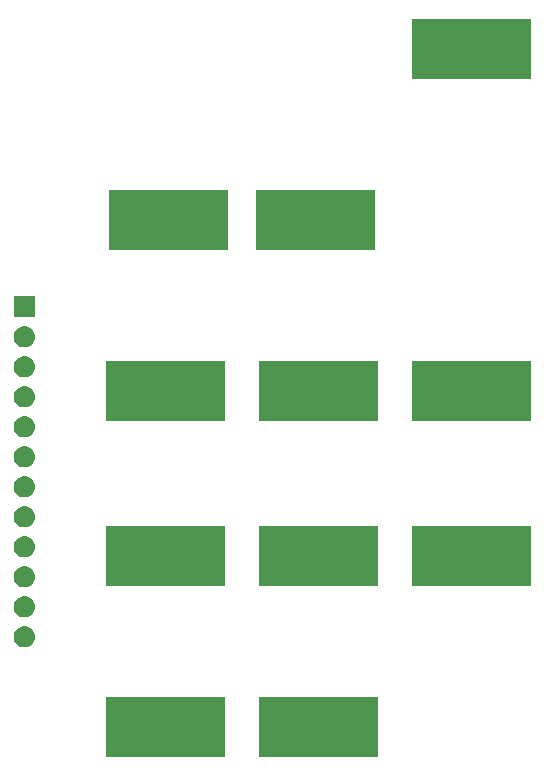
<source format=gbr>
From 0b016150642631aa5811cb5dd33bfb29e1abafd8 Mon Sep 17 00:00:00 2001
From: easwaran
Date: Tue, 22 Jan 2019 15:14:53 +0530
Subject: gerbers generate

---
 switches/gerber/switches-B.Mask.gbr | 839 ++++++++++++++++++++++++++++++++++++
 1 file changed, 839 insertions(+)
 create mode 100644 switches/gerber/switches-B.Mask.gbr

(limited to 'switches/gerber/switches-B.Mask.gbr')

diff --git a/switches/gerber/switches-B.Mask.gbr b/switches/gerber/switches-B.Mask.gbr
new file mode 100644
index 0000000..ef289ab
--- /dev/null
+++ b/switches/gerber/switches-B.Mask.gbr
@@ -0,0 +1,839 @@
+G04 #@! TF.GenerationSoftware,KiCad,Pcbnew,5.0.1*
+G04 #@! TF.CreationDate,2019-01-22T15:06:49+05:30*
+G04 #@! TF.ProjectId,switches,73776974636865732E6B696361645F70,rev?*
+G04 #@! TF.SameCoordinates,Original*
+G04 #@! TF.FileFunction,Soldermask,Bot*
+G04 #@! TF.FilePolarity,Negative*
+%FSLAX46Y46*%
+G04 Gerber Fmt 4.6, Leading zero omitted, Abs format (unit mm)*
+G04 Created by KiCad (PCBNEW 5.0.1) date Tue 22 Jan 2019 03:06:49 PM IST*
+%MOMM*%
+%LPD*%
+G01*
+G04 APERTURE LIST*
+%ADD10C,0.100000*%
+G04 APERTURE END LIST*
+D10*
+G36*
+X127733000Y-121677000D02*
+X117631000Y-121677000D01*
+X117631000Y-116575000D01*
+X127733000Y-116575000D01*
+X127733000Y-121677000D01*
+X127733000Y-121677000D01*
+G37*
+G36*
+X114779000Y-121677000D02*
+X104677000Y-121677000D01*
+X104677000Y-116575000D01*
+X114779000Y-116575000D01*
+X114779000Y-121677000D01*
+X114779000Y-121677000D01*
+G37*
+G36*
+X97900443Y-110611519D02*
+X97966627Y-110618037D01*
+X98079853Y-110652384D01*
+X98136467Y-110669557D01*
+X98275087Y-110743652D01*
+X98292991Y-110753222D01*
+X98328729Y-110782552D01*
+X98430186Y-110865814D01*
+X98513448Y-110967271D01*
+X98542778Y-111003009D01*
+X98542779Y-111003011D01*
+X98626443Y-111159533D01*
+X98626443Y-111159534D01*
+X98677963Y-111329373D01*
+X98695359Y-111506000D01*
+X98677963Y-111682627D01*
+X98643616Y-111795853D01*
+X98626443Y-111852467D01*
+X98552348Y-111991087D01*
+X98542778Y-112008991D01*
+X98513448Y-112044729D01*
+X98430186Y-112146186D01*
+X98328729Y-112229448D01*
+X98292991Y-112258778D01*
+X98292989Y-112258779D01*
+X98136467Y-112342443D01*
+X98079853Y-112359616D01*
+X97966627Y-112393963D01*
+X97900443Y-112400481D01*
+X97834260Y-112407000D01*
+X97745740Y-112407000D01*
+X97679557Y-112400481D01*
+X97613373Y-112393963D01*
+X97500147Y-112359616D01*
+X97443533Y-112342443D01*
+X97287011Y-112258779D01*
+X97287009Y-112258778D01*
+X97251271Y-112229448D01*
+X97149814Y-112146186D01*
+X97066552Y-112044729D01*
+X97037222Y-112008991D01*
+X97027652Y-111991087D01*
+X96953557Y-111852467D01*
+X96936384Y-111795853D01*
+X96902037Y-111682627D01*
+X96884641Y-111506000D01*
+X96902037Y-111329373D01*
+X96953557Y-111159534D01*
+X96953557Y-111159533D01*
+X97037221Y-111003011D01*
+X97037222Y-111003009D01*
+X97066552Y-110967271D01*
+X97149814Y-110865814D01*
+X97251271Y-110782552D01*
+X97287009Y-110753222D01*
+X97304913Y-110743652D01*
+X97443533Y-110669557D01*
+X97500147Y-110652384D01*
+X97613373Y-110618037D01*
+X97679557Y-110611519D01*
+X97745740Y-110605000D01*
+X97834260Y-110605000D01*
+X97900443Y-110611519D01*
+X97900443Y-110611519D01*
+G37*
+G36*
+X97900443Y-108071519D02*
+X97966627Y-108078037D01*
+X98079853Y-108112384D01*
+X98136467Y-108129557D01*
+X98275087Y-108203652D01*
+X98292991Y-108213222D01*
+X98328729Y-108242552D01*
+X98430186Y-108325814D01*
+X98513448Y-108427271D01*
+X98542778Y-108463009D01*
+X98542779Y-108463011D01*
+X98626443Y-108619533D01*
+X98626443Y-108619534D01*
+X98677963Y-108789373D01*
+X98695359Y-108966000D01*
+X98677963Y-109142627D01*
+X98643616Y-109255853D01*
+X98626443Y-109312467D01*
+X98552348Y-109451087D01*
+X98542778Y-109468991D01*
+X98513448Y-109504729D01*
+X98430186Y-109606186D01*
+X98328729Y-109689448D01*
+X98292991Y-109718778D01*
+X98292989Y-109718779D01*
+X98136467Y-109802443D01*
+X98079853Y-109819616D01*
+X97966627Y-109853963D01*
+X97900443Y-109860481D01*
+X97834260Y-109867000D01*
+X97745740Y-109867000D01*
+X97679557Y-109860481D01*
+X97613373Y-109853963D01*
+X97500147Y-109819616D01*
+X97443533Y-109802443D01*
+X97287011Y-109718779D01*
+X97287009Y-109718778D01*
+X97251271Y-109689448D01*
+X97149814Y-109606186D01*
+X97066552Y-109504729D01*
+X97037222Y-109468991D01*
+X97027652Y-109451087D01*
+X96953557Y-109312467D01*
+X96936384Y-109255853D01*
+X96902037Y-109142627D01*
+X96884641Y-108966000D01*
+X96902037Y-108789373D01*
+X96953557Y-108619534D01*
+X96953557Y-108619533D01*
+X97037221Y-108463011D01*
+X97037222Y-108463009D01*
+X97066552Y-108427271D01*
+X97149814Y-108325814D01*
+X97251271Y-108242552D01*
+X97287009Y-108213222D01*
+X97304913Y-108203652D01*
+X97443533Y-108129557D01*
+X97500147Y-108112384D01*
+X97613373Y-108078037D01*
+X97679557Y-108071519D01*
+X97745740Y-108065000D01*
+X97834260Y-108065000D01*
+X97900443Y-108071519D01*
+X97900443Y-108071519D01*
+G37*
+G36*
+X97900443Y-105531519D02*
+X97966627Y-105538037D01*
+X98079853Y-105572384D01*
+X98136467Y-105589557D01*
+X98275087Y-105663652D01*
+X98292991Y-105673222D01*
+X98328729Y-105702552D01*
+X98430186Y-105785814D01*
+X98513448Y-105887271D01*
+X98542778Y-105923009D01*
+X98542779Y-105923011D01*
+X98626443Y-106079533D01*
+X98626443Y-106079534D01*
+X98677963Y-106249373D01*
+X98695359Y-106426000D01*
+X98677963Y-106602627D01*
+X98643616Y-106715853D01*
+X98626443Y-106772467D01*
+X98552348Y-106911087D01*
+X98542778Y-106928991D01*
+X98513448Y-106964729D01*
+X98430186Y-107066186D01*
+X98328729Y-107149448D01*
+X98292991Y-107178778D01*
+X98292989Y-107178779D01*
+X98136467Y-107262443D01*
+X98079853Y-107279616D01*
+X97966627Y-107313963D01*
+X97900442Y-107320482D01*
+X97834260Y-107327000D01*
+X97745740Y-107327000D01*
+X97679558Y-107320482D01*
+X97613373Y-107313963D01*
+X97500147Y-107279616D01*
+X97443533Y-107262443D01*
+X97287011Y-107178779D01*
+X97287009Y-107178778D01*
+X97251271Y-107149448D01*
+X97149814Y-107066186D01*
+X97066552Y-106964729D01*
+X97037222Y-106928991D01*
+X97027652Y-106911087D01*
+X96953557Y-106772467D01*
+X96936384Y-106715853D01*
+X96902037Y-106602627D01*
+X96884641Y-106426000D01*
+X96902037Y-106249373D01*
+X96953557Y-106079534D01*
+X96953557Y-106079533D01*
+X97037221Y-105923011D01*
+X97037222Y-105923009D01*
+X97066552Y-105887271D01*
+X97149814Y-105785814D01*
+X97251271Y-105702552D01*
+X97287009Y-105673222D01*
+X97304913Y-105663652D01*
+X97443533Y-105589557D01*
+X97500147Y-105572384D01*
+X97613373Y-105538037D01*
+X97679558Y-105531518D01*
+X97745740Y-105525000D01*
+X97834260Y-105525000D01*
+X97900443Y-105531519D01*
+X97900443Y-105531519D01*
+G37*
+G36*
+X127733000Y-107199000D02*
+X117631000Y-107199000D01*
+X117631000Y-102097000D01*
+X127733000Y-102097000D01*
+X127733000Y-107199000D01*
+X127733000Y-107199000D01*
+G37*
+G36*
+X114779000Y-107199000D02*
+X104677000Y-107199000D01*
+X104677000Y-102097000D01*
+X114779000Y-102097000D01*
+X114779000Y-107199000D01*
+X114779000Y-107199000D01*
+G37*
+G36*
+X140687000Y-107199000D02*
+X130585000Y-107199000D01*
+X130585000Y-102097000D01*
+X140687000Y-102097000D01*
+X140687000Y-107199000D01*
+X140687000Y-107199000D01*
+G37*
+G36*
+X97900443Y-102991519D02*
+X97966627Y-102998037D01*
+X98079853Y-103032384D01*
+X98136467Y-103049557D01*
+X98275087Y-103123652D01*
+X98292991Y-103133222D01*
+X98328729Y-103162552D01*
+X98430186Y-103245814D01*
+X98513448Y-103347271D01*
+X98542778Y-103383009D01*
+X98542779Y-103383011D01*
+X98626443Y-103539533D01*
+X98626443Y-103539534D01*
+X98677963Y-103709373D01*
+X98695359Y-103886000D01*
+X98677963Y-104062627D01*
+X98643616Y-104175853D01*
+X98626443Y-104232467D01*
+X98552348Y-104371087D01*
+X98542778Y-104388991D01*
+X98513448Y-104424729D01*
+X98430186Y-104526186D01*
+X98328729Y-104609448D01*
+X98292991Y-104638778D01*
+X98292989Y-104638779D01*
+X98136467Y-104722443D01*
+X98079853Y-104739616D01*
+X97966627Y-104773963D01*
+X97900442Y-104780482D01*
+X97834260Y-104787000D01*
+X97745740Y-104787000D01*
+X97679558Y-104780482D01*
+X97613373Y-104773963D01*
+X97500147Y-104739616D01*
+X97443533Y-104722443D01*
+X97287011Y-104638779D01*
+X97287009Y-104638778D01*
+X97251271Y-104609448D01*
+X97149814Y-104526186D01*
+X97066552Y-104424729D01*
+X97037222Y-104388991D01*
+X97027652Y-104371087D01*
+X96953557Y-104232467D01*
+X96936384Y-104175853D01*
+X96902037Y-104062627D01*
+X96884641Y-103886000D01*
+X96902037Y-103709373D01*
+X96953557Y-103539534D01*
+X96953557Y-103539533D01*
+X97037221Y-103383011D01*
+X97037222Y-103383009D01*
+X97066552Y-103347271D01*
+X97149814Y-103245814D01*
+X97251271Y-103162552D01*
+X97287009Y-103133222D01*
+X97304913Y-103123652D01*
+X97443533Y-103049557D01*
+X97500147Y-103032384D01*
+X97613373Y-102998037D01*
+X97679557Y-102991519D01*
+X97745740Y-102985000D01*
+X97834260Y-102985000D01*
+X97900443Y-102991519D01*
+X97900443Y-102991519D01*
+G37*
+G36*
+X97900443Y-100451519D02*
+X97966627Y-100458037D01*
+X98079853Y-100492384D01*
+X98136467Y-100509557D01*
+X98275087Y-100583652D01*
+X98292991Y-100593222D01*
+X98328729Y-100622552D01*
+X98430186Y-100705814D01*
+X98513448Y-100807271D01*
+X98542778Y-100843009D01*
+X98542779Y-100843011D01*
+X98626443Y-100999533D01*
+X98626443Y-100999534D01*
+X98677963Y-101169373D01*
+X98695359Y-101346000D01*
+X98677963Y-101522627D01*
+X98643616Y-101635853D01*
+X98626443Y-101692467D01*
+X98552348Y-101831087D01*
+X98542778Y-101848991D01*
+X98513448Y-101884729D01*
+X98430186Y-101986186D01*
+X98328729Y-102069448D01*
+X98292991Y-102098778D01*
+X98292989Y-102098779D01*
+X98136467Y-102182443D01*
+X98079853Y-102199616D01*
+X97966627Y-102233963D01*
+X97900443Y-102240481D01*
+X97834260Y-102247000D01*
+X97745740Y-102247000D01*
+X97679557Y-102240481D01*
+X97613373Y-102233963D01*
+X97500147Y-102199616D01*
+X97443533Y-102182443D01*
+X97287011Y-102098779D01*
+X97287009Y-102098778D01*
+X97251271Y-102069448D01*
+X97149814Y-101986186D01*
+X97066552Y-101884729D01*
+X97037222Y-101848991D01*
+X97027652Y-101831087D01*
+X96953557Y-101692467D01*
+X96936384Y-101635853D01*
+X96902037Y-101522627D01*
+X96884641Y-101346000D01*
+X96902037Y-101169373D01*
+X96953557Y-100999534D01*
+X96953557Y-100999533D01*
+X97037221Y-100843011D01*
+X97037222Y-100843009D01*
+X97066552Y-100807271D01*
+X97149814Y-100705814D01*
+X97251271Y-100622552D01*
+X97287009Y-100593222D01*
+X97304913Y-100583652D01*
+X97443533Y-100509557D01*
+X97500147Y-100492384D01*
+X97613373Y-100458037D01*
+X97679557Y-100451519D01*
+X97745740Y-100445000D01*
+X97834260Y-100445000D01*
+X97900443Y-100451519D01*
+X97900443Y-100451519D01*
+G37*
+G36*
+X97900442Y-97911518D02*
+X97966627Y-97918037D01*
+X98079853Y-97952384D01*
+X98136467Y-97969557D01*
+X98275087Y-98043652D01*
+X98292991Y-98053222D01*
+X98328729Y-98082552D01*
+X98430186Y-98165814D01*
+X98513448Y-98267271D01*
+X98542778Y-98303009D01*
+X98542779Y-98303011D01*
+X98626443Y-98459533D01*
+X98626443Y-98459534D01*
+X98677963Y-98629373D01*
+X98695359Y-98806000D01*
+X98677963Y-98982627D01*
+X98643616Y-99095853D01*
+X98626443Y-99152467D01*
+X98552348Y-99291087D01*
+X98542778Y-99308991D01*
+X98513448Y-99344729D01*
+X98430186Y-99446186D01*
+X98328729Y-99529448D01*
+X98292991Y-99558778D01*
+X98292989Y-99558779D01*
+X98136467Y-99642443D01*
+X98079853Y-99659616D01*
+X97966627Y-99693963D01*
+X97900442Y-99700482D01*
+X97834260Y-99707000D01*
+X97745740Y-99707000D01*
+X97679558Y-99700482D01*
+X97613373Y-99693963D01*
+X97500147Y-99659616D01*
+X97443533Y-99642443D01*
+X97287011Y-99558779D01*
+X97287009Y-99558778D01*
+X97251271Y-99529448D01*
+X97149814Y-99446186D01*
+X97066552Y-99344729D01*
+X97037222Y-99308991D01*
+X97027652Y-99291087D01*
+X96953557Y-99152467D01*
+X96936384Y-99095853D01*
+X96902037Y-98982627D01*
+X96884641Y-98806000D01*
+X96902037Y-98629373D01*
+X96953557Y-98459534D01*
+X96953557Y-98459533D01*
+X97037221Y-98303011D01*
+X97037222Y-98303009D01*
+X97066552Y-98267271D01*
+X97149814Y-98165814D01*
+X97251271Y-98082552D01*
+X97287009Y-98053222D01*
+X97304913Y-98043652D01*
+X97443533Y-97969557D01*
+X97500147Y-97952384D01*
+X97613373Y-97918037D01*
+X97679558Y-97911518D01*
+X97745740Y-97905000D01*
+X97834260Y-97905000D01*
+X97900442Y-97911518D01*
+X97900442Y-97911518D01*
+G37*
+G36*
+X97900443Y-95371519D02*
+X97966627Y-95378037D01*
+X98079853Y-95412384D01*
+X98136467Y-95429557D01*
+X98275087Y-95503652D01*
+X98292991Y-95513222D01*
+X98328729Y-95542552D01*
+X98430186Y-95625814D01*
+X98513448Y-95727271D01*
+X98542778Y-95763009D01*
+X98542779Y-95763011D01*
+X98626443Y-95919533D01*
+X98626443Y-95919534D01*
+X98677963Y-96089373D01*
+X98695359Y-96266000D01*
+X98677963Y-96442627D01*
+X98643616Y-96555853D01*
+X98626443Y-96612467D01*
+X98552348Y-96751087D01*
+X98542778Y-96768991D01*
+X98513448Y-96804729D01*
+X98430186Y-96906186D01*
+X98328729Y-96989448D01*
+X98292991Y-97018778D01*
+X98292989Y-97018779D01*
+X98136467Y-97102443D01*
+X98079853Y-97119616D01*
+X97966627Y-97153963D01*
+X97900443Y-97160481D01*
+X97834260Y-97167000D01*
+X97745740Y-97167000D01*
+X97679557Y-97160481D01*
+X97613373Y-97153963D01*
+X97500147Y-97119616D01*
+X97443533Y-97102443D01*
+X97287011Y-97018779D01*
+X97287009Y-97018778D01*
+X97251271Y-96989448D01*
+X97149814Y-96906186D01*
+X97066552Y-96804729D01*
+X97037222Y-96768991D01*
+X97027652Y-96751087D01*
+X96953557Y-96612467D01*
+X96936384Y-96555853D01*
+X96902037Y-96442627D01*
+X96884641Y-96266000D01*
+X96902037Y-96089373D01*
+X96953557Y-95919534D01*
+X96953557Y-95919533D01*
+X97037221Y-95763011D01*
+X97037222Y-95763009D01*
+X97066552Y-95727271D01*
+X97149814Y-95625814D01*
+X97251271Y-95542552D01*
+X97287009Y-95513222D01*
+X97304913Y-95503652D01*
+X97443533Y-95429557D01*
+X97500147Y-95412384D01*
+X97613373Y-95378037D01*
+X97679557Y-95371519D01*
+X97745740Y-95365000D01*
+X97834260Y-95365000D01*
+X97900443Y-95371519D01*
+X97900443Y-95371519D01*
+G37*
+G36*
+X97900442Y-92831518D02*
+X97966627Y-92838037D01*
+X98079853Y-92872384D01*
+X98136467Y-92889557D01*
+X98275087Y-92963652D01*
+X98292991Y-92973222D01*
+X98328729Y-93002552D01*
+X98430186Y-93085814D01*
+X98513448Y-93187271D01*
+X98542778Y-93223009D01*
+X98542779Y-93223011D01*
+X98626443Y-93379533D01*
+X98626443Y-93379534D01*
+X98677963Y-93549373D01*
+X98695359Y-93726000D01*
+X98677963Y-93902627D01*
+X98643616Y-94015853D01*
+X98626443Y-94072467D01*
+X98552348Y-94211087D01*
+X98542778Y-94228991D01*
+X98513448Y-94264729D01*
+X98430186Y-94366186D01*
+X98328729Y-94449448D01*
+X98292991Y-94478778D01*
+X98292989Y-94478779D01*
+X98136467Y-94562443D01*
+X98079853Y-94579616D01*
+X97966627Y-94613963D01*
+X97900443Y-94620481D01*
+X97834260Y-94627000D01*
+X97745740Y-94627000D01*
+X97679557Y-94620481D01*
+X97613373Y-94613963D01*
+X97500147Y-94579616D01*
+X97443533Y-94562443D01*
+X97287011Y-94478779D01*
+X97287009Y-94478778D01*
+X97251271Y-94449448D01*
+X97149814Y-94366186D01*
+X97066552Y-94264729D01*
+X97037222Y-94228991D01*
+X97027652Y-94211087D01*
+X96953557Y-94072467D01*
+X96936384Y-94015853D01*
+X96902037Y-93902627D01*
+X96884641Y-93726000D01*
+X96902037Y-93549373D01*
+X96953557Y-93379534D01*
+X96953557Y-93379533D01*
+X97037221Y-93223011D01*
+X97037222Y-93223009D01*
+X97066552Y-93187271D01*
+X97149814Y-93085814D01*
+X97251271Y-93002552D01*
+X97287009Y-92973222D01*
+X97304913Y-92963652D01*
+X97443533Y-92889557D01*
+X97500147Y-92872384D01*
+X97613373Y-92838037D01*
+X97679558Y-92831518D01*
+X97745740Y-92825000D01*
+X97834260Y-92825000D01*
+X97900442Y-92831518D01*
+X97900442Y-92831518D01*
+G37*
+G36*
+X114779000Y-93229000D02*
+X104677000Y-93229000D01*
+X104677000Y-88127000D01*
+X114779000Y-88127000D01*
+X114779000Y-93229000D01*
+X114779000Y-93229000D01*
+G37*
+G36*
+X127733000Y-93229000D02*
+X117631000Y-93229000D01*
+X117631000Y-88127000D01*
+X127733000Y-88127000D01*
+X127733000Y-93229000D01*
+X127733000Y-93229000D01*
+G37*
+G36*
+X140687000Y-93229000D02*
+X130585000Y-93229000D01*
+X130585000Y-88127000D01*
+X140687000Y-88127000D01*
+X140687000Y-93229000D01*
+X140687000Y-93229000D01*
+G37*
+G36*
+X97900443Y-90291519D02*
+X97966627Y-90298037D01*
+X98079853Y-90332384D01*
+X98136467Y-90349557D01*
+X98275087Y-90423652D01*
+X98292991Y-90433222D01*
+X98328729Y-90462552D01*
+X98430186Y-90545814D01*
+X98513448Y-90647271D01*
+X98542778Y-90683009D01*
+X98542779Y-90683011D01*
+X98626443Y-90839533D01*
+X98626443Y-90839534D01*
+X98677963Y-91009373D01*
+X98695359Y-91186000D01*
+X98677963Y-91362627D01*
+X98643616Y-91475853D01*
+X98626443Y-91532467D01*
+X98552348Y-91671087D01*
+X98542778Y-91688991D01*
+X98513448Y-91724729D01*
+X98430186Y-91826186D01*
+X98328729Y-91909448D01*
+X98292991Y-91938778D01*
+X98292989Y-91938779D01*
+X98136467Y-92022443D01*
+X98079853Y-92039616D01*
+X97966627Y-92073963D01*
+X97900443Y-92080481D01*
+X97834260Y-92087000D01*
+X97745740Y-92087000D01*
+X97679557Y-92080481D01*
+X97613373Y-92073963D01*
+X97500147Y-92039616D01*
+X97443533Y-92022443D01*
+X97287011Y-91938779D01*
+X97287009Y-91938778D01*
+X97251271Y-91909448D01*
+X97149814Y-91826186D01*
+X97066552Y-91724729D01*
+X97037222Y-91688991D01*
+X97027652Y-91671087D01*
+X96953557Y-91532467D01*
+X96936384Y-91475853D01*
+X96902037Y-91362627D01*
+X96884641Y-91186000D01*
+X96902037Y-91009373D01*
+X96953557Y-90839534D01*
+X96953557Y-90839533D01*
+X97037221Y-90683011D01*
+X97037222Y-90683009D01*
+X97066552Y-90647271D01*
+X97149814Y-90545814D01*
+X97251271Y-90462552D01*
+X97287009Y-90433222D01*
+X97304913Y-90423652D01*
+X97443533Y-90349557D01*
+X97500147Y-90332384D01*
+X97613373Y-90298037D01*
+X97679557Y-90291519D01*
+X97745740Y-90285000D01*
+X97834260Y-90285000D01*
+X97900443Y-90291519D01*
+X97900443Y-90291519D01*
+G37*
+G36*
+X97900442Y-87751518D02*
+X97966627Y-87758037D01*
+X98079853Y-87792384D01*
+X98136467Y-87809557D01*
+X98275087Y-87883652D01*
+X98292991Y-87893222D01*
+X98328729Y-87922552D01*
+X98430186Y-88005814D01*
+X98513448Y-88107271D01*
+X98542778Y-88143009D01*
+X98542779Y-88143011D01*
+X98626443Y-88299533D01*
+X98626443Y-88299534D01*
+X98677963Y-88469373D01*
+X98695359Y-88646000D01*
+X98677963Y-88822627D01*
+X98643616Y-88935853D01*
+X98626443Y-88992467D01*
+X98552348Y-89131087D01*
+X98542778Y-89148991D01*
+X98513448Y-89184729D01*
+X98430186Y-89286186D01*
+X98328729Y-89369448D01*
+X98292991Y-89398778D01*
+X98292989Y-89398779D01*
+X98136467Y-89482443D01*
+X98079853Y-89499616D01*
+X97966627Y-89533963D01*
+X97900442Y-89540482D01*
+X97834260Y-89547000D01*
+X97745740Y-89547000D01*
+X97679558Y-89540482D01*
+X97613373Y-89533963D01*
+X97500147Y-89499616D01*
+X97443533Y-89482443D01*
+X97287011Y-89398779D01*
+X97287009Y-89398778D01*
+X97251271Y-89369448D01*
+X97149814Y-89286186D01*
+X97066552Y-89184729D01*
+X97037222Y-89148991D01*
+X97027652Y-89131087D01*
+X96953557Y-88992467D01*
+X96936384Y-88935853D01*
+X96902037Y-88822627D01*
+X96884641Y-88646000D01*
+X96902037Y-88469373D01*
+X96953557Y-88299534D01*
+X96953557Y-88299533D01*
+X97037221Y-88143011D01*
+X97037222Y-88143009D01*
+X97066552Y-88107271D01*
+X97149814Y-88005814D01*
+X97251271Y-87922552D01*
+X97287009Y-87893222D01*
+X97304913Y-87883652D01*
+X97443533Y-87809557D01*
+X97500147Y-87792384D01*
+X97613373Y-87758037D01*
+X97679558Y-87751518D01*
+X97745740Y-87745000D01*
+X97834260Y-87745000D01*
+X97900442Y-87751518D01*
+X97900442Y-87751518D01*
+G37*
+G36*
+X97900443Y-85211519D02*
+X97966627Y-85218037D01*
+X98079853Y-85252384D01*
+X98136467Y-85269557D01*
+X98275087Y-85343652D01*
+X98292991Y-85353222D01*
+X98328729Y-85382552D01*
+X98430186Y-85465814D01*
+X98513448Y-85567271D01*
+X98542778Y-85603009D01*
+X98542779Y-85603011D01*
+X98626443Y-85759533D01*
+X98626443Y-85759534D01*
+X98677963Y-85929373D01*
+X98695359Y-86106000D01*
+X98677963Y-86282627D01*
+X98643616Y-86395853D01*
+X98626443Y-86452467D01*
+X98552348Y-86591087D01*
+X98542778Y-86608991D01*
+X98513448Y-86644729D01*
+X98430186Y-86746186D01*
+X98328729Y-86829448D01*
+X98292991Y-86858778D01*
+X98292989Y-86858779D01*
+X98136467Y-86942443D01*
+X98079853Y-86959616D01*
+X97966627Y-86993963D01*
+X97900442Y-87000482D01*
+X97834260Y-87007000D01*
+X97745740Y-87007000D01*
+X97679558Y-87000482D01*
+X97613373Y-86993963D01*
+X97500147Y-86959616D01*
+X97443533Y-86942443D01*
+X97287011Y-86858779D01*
+X97287009Y-86858778D01*
+X97251271Y-86829448D01*
+X97149814Y-86746186D01*
+X97066552Y-86644729D01*
+X97037222Y-86608991D01*
+X97027652Y-86591087D01*
+X96953557Y-86452467D01*
+X96936384Y-86395853D01*
+X96902037Y-86282627D01*
+X96884641Y-86106000D01*
+X96902037Y-85929373D01*
+X96953557Y-85759534D01*
+X96953557Y-85759533D01*
+X97037221Y-85603011D01*
+X97037222Y-85603009D01*
+X97066552Y-85567271D01*
+X97149814Y-85465814D01*
+X97251271Y-85382552D01*
+X97287009Y-85353222D01*
+X97304913Y-85343652D01*
+X97443533Y-85269557D01*
+X97500147Y-85252384D01*
+X97613373Y-85218037D01*
+X97679557Y-85211519D01*
+X97745740Y-85205000D01*
+X97834260Y-85205000D01*
+X97900443Y-85211519D01*
+X97900443Y-85211519D01*
+G37*
+G36*
+X98691000Y-84467000D02*
+X96889000Y-84467000D01*
+X96889000Y-82665000D01*
+X98691000Y-82665000D01*
+X98691000Y-84467000D01*
+X98691000Y-84467000D01*
+G37*
+G36*
+X115033000Y-78751000D02*
+X104931000Y-78751000D01*
+X104931000Y-73649000D01*
+X115033000Y-73649000D01*
+X115033000Y-78751000D01*
+X115033000Y-78751000D01*
+G37*
+G36*
+X127479000Y-78751000D02*
+X117377000Y-78751000D01*
+X117377000Y-73649000D01*
+X127479000Y-73649000D01*
+X127479000Y-78751000D01*
+X127479000Y-78751000D01*
+G37*
+G36*
+X140687000Y-64273000D02*
+X130585000Y-64273000D01*
+X130585000Y-59171000D01*
+X140687000Y-59171000D01*
+X140687000Y-64273000D01*
+X140687000Y-64273000D01*
+G37*
+M02*
-- 
cgit 


</source>
